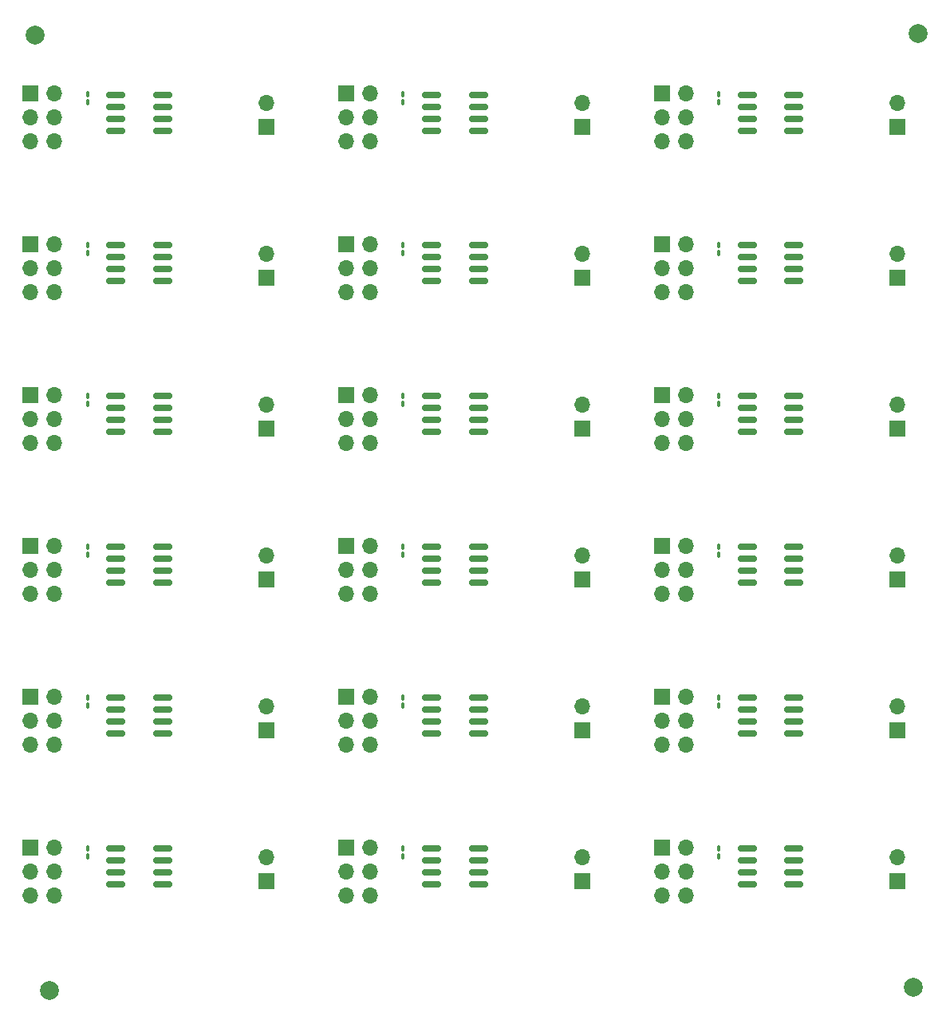
<source format=gbr>
%TF.GenerationSoftware,KiCad,Pcbnew,8.0.1*%
%TF.CreationDate,2024-04-28T15:40:33+08:00*%
%TF.ProjectId,pinban,70696e62-616e-42e6-9b69-6361645f7063,rev?*%
%TF.SameCoordinates,Original*%
%TF.FileFunction,Soldermask,Top*%
%TF.FilePolarity,Negative*%
%FSLAX46Y46*%
G04 Gerber Fmt 4.6, Leading zero omitted, Abs format (unit mm)*
G04 Created by KiCad (PCBNEW 8.0.1) date 2024-04-28 15:40:33*
%MOMM*%
%LPD*%
G01*
G04 APERTURE LIST*
G04 Aperture macros list*
%AMRoundRect*
0 Rectangle with rounded corners*
0 $1 Rounding radius*
0 $2 $3 $4 $5 $6 $7 $8 $9 X,Y pos of 4 corners*
0 Add a 4 corners polygon primitive as box body*
4,1,4,$2,$3,$4,$5,$6,$7,$8,$9,$2,$3,0*
0 Add four circle primitives for the rounded corners*
1,1,$1+$1,$2,$3*
1,1,$1+$1,$4,$5*
1,1,$1+$1,$6,$7*
1,1,$1+$1,$8,$9*
0 Add four rect primitives between the rounded corners*
20,1,$1+$1,$2,$3,$4,$5,0*
20,1,$1+$1,$4,$5,$6,$7,0*
20,1,$1+$1,$6,$7,$8,$9,0*
20,1,$1+$1,$8,$9,$2,$3,0*%
G04 Aperture macros list end*
%ADD10C,2.000000*%
%ADD11RoundRect,0.100000X-0.100000X0.217500X-0.100000X-0.217500X0.100000X-0.217500X0.100000X0.217500X0*%
%ADD12R,1.700000X1.700000*%
%ADD13O,1.700000X1.700000*%
%ADD14RoundRect,0.150000X-0.825000X-0.150000X0.825000X-0.150000X0.825000X0.150000X-0.825000X0.150000X0*%
G04 APERTURE END LIST*
D10*
X156400000Y-128800000D03*
X64700000Y-129100000D03*
X156900000Y-27600000D03*
X63200000Y-27800000D03*
D11*
X135750000Y-114092500D03*
X135750000Y-114907500D03*
D12*
X154750000Y-117540000D03*
D13*
X154750000Y-115000000D03*
D14*
X138775000Y-114095000D03*
X138775000Y-115365000D03*
X138775000Y-116635000D03*
X138775000Y-117905000D03*
X143725000Y-117905000D03*
X143725000Y-116635000D03*
X143725000Y-115365000D03*
X143725000Y-114095000D03*
D12*
X129710000Y-114000000D03*
D13*
X132250000Y-114000000D03*
X129710000Y-116540000D03*
X132250000Y-116540000D03*
X129710000Y-119080000D03*
X132250000Y-119080000D03*
D11*
X102250000Y-114092500D03*
X102250000Y-114907500D03*
D12*
X121250000Y-117540000D03*
D13*
X121250000Y-115000000D03*
D14*
X105275000Y-114095000D03*
X105275000Y-115365000D03*
X105275000Y-116635000D03*
X105275000Y-117905000D03*
X110225000Y-117905000D03*
X110225000Y-116635000D03*
X110225000Y-115365000D03*
X110225000Y-114095000D03*
D12*
X96210000Y-114000000D03*
D13*
X98750000Y-114000000D03*
X96210000Y-116540000D03*
X98750000Y-116540000D03*
X96210000Y-119080000D03*
X98750000Y-119080000D03*
D11*
X68750000Y-114092500D03*
X68750000Y-114907500D03*
D12*
X87750000Y-117540000D03*
D13*
X87750000Y-115000000D03*
D14*
X71775000Y-114095000D03*
X71775000Y-115365000D03*
X71775000Y-116635000D03*
X71775000Y-117905000D03*
X76725000Y-117905000D03*
X76725000Y-116635000D03*
X76725000Y-115365000D03*
X76725000Y-114095000D03*
D12*
X62710000Y-114000000D03*
D13*
X65250000Y-114000000D03*
X62710000Y-116540000D03*
X65250000Y-116540000D03*
X62710000Y-119080000D03*
X65250000Y-119080000D03*
D11*
X135750000Y-98092500D03*
X135750000Y-98907500D03*
D12*
X154750000Y-101540000D03*
D13*
X154750000Y-99000000D03*
D14*
X138775000Y-98095000D03*
X138775000Y-99365000D03*
X138775000Y-100635000D03*
X138775000Y-101905000D03*
X143725000Y-101905000D03*
X143725000Y-100635000D03*
X143725000Y-99365000D03*
X143725000Y-98095000D03*
D12*
X129710000Y-98000000D03*
D13*
X132250000Y-98000000D03*
X129710000Y-100540000D03*
X132250000Y-100540000D03*
X129710000Y-103080000D03*
X132250000Y-103080000D03*
D11*
X102250000Y-98092500D03*
X102250000Y-98907500D03*
D12*
X121250000Y-101540000D03*
D13*
X121250000Y-99000000D03*
D14*
X105275000Y-98095000D03*
X105275000Y-99365000D03*
X105275000Y-100635000D03*
X105275000Y-101905000D03*
X110225000Y-101905000D03*
X110225000Y-100635000D03*
X110225000Y-99365000D03*
X110225000Y-98095000D03*
D12*
X96210000Y-98000000D03*
D13*
X98750000Y-98000000D03*
X96210000Y-100540000D03*
X98750000Y-100540000D03*
X96210000Y-103080000D03*
X98750000Y-103080000D03*
D11*
X68750000Y-98092500D03*
X68750000Y-98907500D03*
D12*
X87750000Y-101540000D03*
D13*
X87750000Y-99000000D03*
D14*
X71775000Y-98095000D03*
X71775000Y-99365000D03*
X71775000Y-100635000D03*
X71775000Y-101905000D03*
X76725000Y-101905000D03*
X76725000Y-100635000D03*
X76725000Y-99365000D03*
X76725000Y-98095000D03*
D12*
X62710000Y-98000000D03*
D13*
X65250000Y-98000000D03*
X62710000Y-100540000D03*
X65250000Y-100540000D03*
X62710000Y-103080000D03*
X65250000Y-103080000D03*
D11*
X135750000Y-82092500D03*
X135750000Y-82907500D03*
D12*
X154750000Y-85540000D03*
D13*
X154750000Y-83000000D03*
D14*
X138775000Y-82095000D03*
X138775000Y-83365000D03*
X138775000Y-84635000D03*
X138775000Y-85905000D03*
X143725000Y-85905000D03*
X143725000Y-84635000D03*
X143725000Y-83365000D03*
X143725000Y-82095000D03*
D12*
X129710000Y-82000000D03*
D13*
X132250000Y-82000000D03*
X129710000Y-84540000D03*
X132250000Y-84540000D03*
X129710000Y-87080000D03*
X132250000Y-87080000D03*
D11*
X102250000Y-82092500D03*
X102250000Y-82907500D03*
D12*
X121250000Y-85540000D03*
D13*
X121250000Y-83000000D03*
D14*
X105275000Y-82095000D03*
X105275000Y-83365000D03*
X105275000Y-84635000D03*
X105275000Y-85905000D03*
X110225000Y-85905000D03*
X110225000Y-84635000D03*
X110225000Y-83365000D03*
X110225000Y-82095000D03*
D12*
X96210000Y-82000000D03*
D13*
X98750000Y-82000000D03*
X96210000Y-84540000D03*
X98750000Y-84540000D03*
X96210000Y-87080000D03*
X98750000Y-87080000D03*
D11*
X68750000Y-82092500D03*
X68750000Y-82907500D03*
D12*
X87750000Y-85540000D03*
D13*
X87750000Y-83000000D03*
D14*
X71775000Y-82095000D03*
X71775000Y-83365000D03*
X71775000Y-84635000D03*
X71775000Y-85905000D03*
X76725000Y-85905000D03*
X76725000Y-84635000D03*
X76725000Y-83365000D03*
X76725000Y-82095000D03*
D12*
X62710000Y-82000000D03*
D13*
X65250000Y-82000000D03*
X62710000Y-84540000D03*
X65250000Y-84540000D03*
X62710000Y-87080000D03*
X65250000Y-87080000D03*
D11*
X135750000Y-66092500D03*
X135750000Y-66907500D03*
D12*
X154750000Y-69540000D03*
D13*
X154750000Y-67000000D03*
D14*
X138775000Y-66095000D03*
X138775000Y-67365000D03*
X138775000Y-68635000D03*
X138775000Y-69905000D03*
X143725000Y-69905000D03*
X143725000Y-68635000D03*
X143725000Y-67365000D03*
X143725000Y-66095000D03*
D12*
X129710000Y-66000000D03*
D13*
X132250000Y-66000000D03*
X129710000Y-68540000D03*
X132250000Y-68540000D03*
X129710000Y-71080000D03*
X132250000Y-71080000D03*
D11*
X102250000Y-66092500D03*
X102250000Y-66907500D03*
D12*
X121250000Y-69540000D03*
D13*
X121250000Y-67000000D03*
D14*
X105275000Y-66095000D03*
X105275000Y-67365000D03*
X105275000Y-68635000D03*
X105275000Y-69905000D03*
X110225000Y-69905000D03*
X110225000Y-68635000D03*
X110225000Y-67365000D03*
X110225000Y-66095000D03*
D12*
X96210000Y-66000000D03*
D13*
X98750000Y-66000000D03*
X96210000Y-68540000D03*
X98750000Y-68540000D03*
X96210000Y-71080000D03*
X98750000Y-71080000D03*
D11*
X68750000Y-66092500D03*
X68750000Y-66907500D03*
D12*
X87750000Y-69540000D03*
D13*
X87750000Y-67000000D03*
D14*
X71775000Y-66095000D03*
X71775000Y-67365000D03*
X71775000Y-68635000D03*
X71775000Y-69905000D03*
X76725000Y-69905000D03*
X76725000Y-68635000D03*
X76725000Y-67365000D03*
X76725000Y-66095000D03*
D12*
X62710000Y-66000000D03*
D13*
X65250000Y-66000000D03*
X62710000Y-68540000D03*
X65250000Y-68540000D03*
X62710000Y-71080000D03*
X65250000Y-71080000D03*
D11*
X135750000Y-50092500D03*
X135750000Y-50907500D03*
D12*
X154750000Y-53540000D03*
D13*
X154750000Y-51000000D03*
D14*
X138775000Y-50095000D03*
X138775000Y-51365000D03*
X138775000Y-52635000D03*
X138775000Y-53905000D03*
X143725000Y-53905000D03*
X143725000Y-52635000D03*
X143725000Y-51365000D03*
X143725000Y-50095000D03*
D12*
X129710000Y-50000000D03*
D13*
X132250000Y-50000000D03*
X129710000Y-52540000D03*
X132250000Y-52540000D03*
X129710000Y-55080000D03*
X132250000Y-55080000D03*
D11*
X102250000Y-50092500D03*
X102250000Y-50907500D03*
D12*
X121250000Y-53540000D03*
D13*
X121250000Y-51000000D03*
D14*
X105275000Y-50095000D03*
X105275000Y-51365000D03*
X105275000Y-52635000D03*
X105275000Y-53905000D03*
X110225000Y-53905000D03*
X110225000Y-52635000D03*
X110225000Y-51365000D03*
X110225000Y-50095000D03*
D12*
X96210000Y-50000000D03*
D13*
X98750000Y-50000000D03*
X96210000Y-52540000D03*
X98750000Y-52540000D03*
X96210000Y-55080000D03*
X98750000Y-55080000D03*
D11*
X68750000Y-50092500D03*
X68750000Y-50907500D03*
D12*
X87750000Y-53540000D03*
D13*
X87750000Y-51000000D03*
D14*
X71775000Y-50095000D03*
X71775000Y-51365000D03*
X71775000Y-52635000D03*
X71775000Y-53905000D03*
X76725000Y-53905000D03*
X76725000Y-52635000D03*
X76725000Y-51365000D03*
X76725000Y-50095000D03*
D12*
X62710000Y-50000000D03*
D13*
X65250000Y-50000000D03*
X62710000Y-52540000D03*
X65250000Y-52540000D03*
X62710000Y-55080000D03*
X65250000Y-55080000D03*
D11*
X135750000Y-34092500D03*
X135750000Y-34907500D03*
D12*
X154750000Y-37540000D03*
D13*
X154750000Y-35000000D03*
D14*
X138775000Y-34095000D03*
X138775000Y-35365000D03*
X138775000Y-36635000D03*
X138775000Y-37905000D03*
X143725000Y-37905000D03*
X143725000Y-36635000D03*
X143725000Y-35365000D03*
X143725000Y-34095000D03*
D12*
X129710000Y-34000000D03*
D13*
X132250000Y-34000000D03*
X129710000Y-36540000D03*
X132250000Y-36540000D03*
X129710000Y-39080000D03*
X132250000Y-39080000D03*
D11*
X102250000Y-34092500D03*
X102250000Y-34907500D03*
D12*
X121250000Y-37540000D03*
D13*
X121250000Y-35000000D03*
D14*
X105275000Y-34095000D03*
X105275000Y-35365000D03*
X105275000Y-36635000D03*
X105275000Y-37905000D03*
X110225000Y-37905000D03*
X110225000Y-36635000D03*
X110225000Y-35365000D03*
X110225000Y-34095000D03*
D12*
X96210000Y-34000000D03*
D13*
X98750000Y-34000000D03*
X96210000Y-36540000D03*
X98750000Y-36540000D03*
X96210000Y-39080000D03*
X98750000Y-39080000D03*
D14*
X71775000Y-34095000D03*
X71775000Y-35365000D03*
X71775000Y-36635000D03*
X71775000Y-37905000D03*
X76725000Y-37905000D03*
X76725000Y-36635000D03*
X76725000Y-35365000D03*
X76725000Y-34095000D03*
D12*
X62710000Y-34000000D03*
D13*
X65250000Y-34000000D03*
X62710000Y-36540000D03*
X65250000Y-36540000D03*
X62710000Y-39080000D03*
X65250000Y-39080000D03*
D12*
X87750000Y-37540000D03*
D13*
X87750000Y-35000000D03*
D11*
X68750000Y-34092500D03*
X68750000Y-34907500D03*
M02*

</source>
